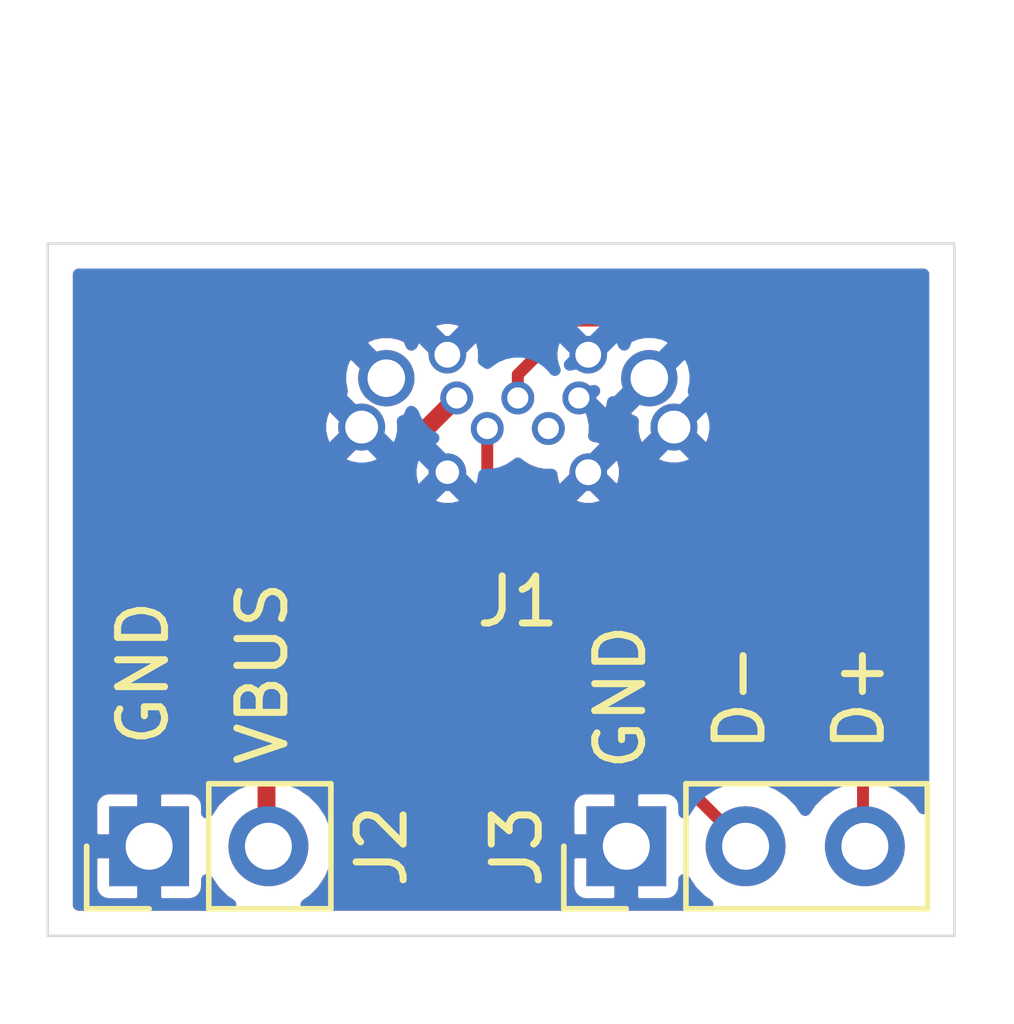
<source format=kicad_pcb>
(kicad_pcb (version 20171130) (host pcbnew "(5.1.9)-1")

  (general
    (thickness 1.2)
    (drawings 9)
    (tracks 9)
    (zones 0)
    (modules 3)
    (nets 5)
  )

  (page A4)
  (layers
    (0 F.Cu signal)
    (31 B.Cu signal)
    (32 B.Adhes user)
    (33 F.Adhes user)
    (34 B.Paste user)
    (35 F.Paste user)
    (36 B.SilkS user)
    (37 F.SilkS user)
    (38 B.Mask user)
    (39 F.Mask user)
    (40 Dwgs.User user)
    (41 Cmts.User user)
    (42 Eco1.User user)
    (43 Eco2.User user)
    (44 Edge.Cuts user)
    (45 Margin user)
    (46 B.CrtYd user)
    (47 F.CrtYd user)
    (48 B.Fab user)
    (49 F.Fab user)
  )

  (setup
    (last_trace_width 0.25)
    (user_trace_width 0.254)
    (user_trace_width 0.381)
    (trace_clearance 0.2)
    (zone_clearance 0.508)
    (zone_45_only no)
    (trace_min 0.2)
    (via_size 0.8)
    (via_drill 0.4)
    (via_min_size 0.4)
    (via_min_drill 0.3)
    (uvia_size 0.3)
    (uvia_drill 0.1)
    (uvias_allowed no)
    (uvia_min_size 0.2)
    (uvia_min_drill 0.1)
    (edge_width 0.05)
    (segment_width 0.2)
    (pcb_text_width 0.3)
    (pcb_text_size 1.5 1.5)
    (mod_edge_width 0.12)
    (mod_text_size 1 1)
    (mod_text_width 0.15)
    (pad_size 1.524 1.524)
    (pad_drill 0.762)
    (pad_to_mask_clearance 0)
    (aux_axis_origin 0 0)
    (visible_elements 7FFFFFFF)
    (pcbplotparams
      (layerselection 0x010fc_ffffffff)
      (usegerberextensions false)
      (usegerberattributes true)
      (usegerberadvancedattributes true)
      (creategerberjobfile true)
      (excludeedgelayer true)
      (linewidth 0.100000)
      (plotframeref false)
      (viasonmask false)
      (mode 1)
      (useauxorigin false)
      (hpglpennumber 1)
      (hpglpenspeed 20)
      (hpglpendiameter 15.000000)
      (psnegative false)
      (psa4output false)
      (plotreference true)
      (plotvalue true)
      (plotinvisibletext false)
      (padsonsilk false)
      (subtractmaskfromsilk false)
      (outputformat 1)
      (mirror false)
      (drillshape 0)
      (scaleselection 1)
      (outputdirectory ""))
  )

  (net 0 "")
  (net 1 GND)
  (net 2 /D+)
  (net 3 /D-)
  (net 4 "Net-(J1-Pad1)")

  (net_class Default "This is the default net class."
    (clearance 0.2)
    (trace_width 0.25)
    (via_dia 0.8)
    (via_drill 0.4)
    (uvia_dia 0.3)
    (uvia_drill 0.1)
    (add_net /D+)
    (add_net /D-)
    (add_net GND)
    (add_net "Net-(J1-Pad1)")
  )

  (module Connector_PinHeader_2.54mm:PinHeader_1x03_P2.54mm_Vertical (layer F.Cu) (tedit 59FED5CC) (tstamp 619A0D3B)
    (at 160.655 66.675 90)
    (descr "Through hole straight pin header, 1x03, 2.54mm pitch, single row")
    (tags "Through hole pin header THT 1x03 2.54mm single row")
    (path /619A1087)
    (fp_text reference J3 (at 0 -2.33 90) (layer F.SilkS)
      (effects (font (size 1 1) (thickness 0.15)))
    )
    (fp_text value DATA (at 0 7.41 90) (layer F.Fab)
      (effects (font (size 1 1) (thickness 0.15)))
    )
    (fp_line (start 1.8 -1.8) (end -1.8 -1.8) (layer F.CrtYd) (width 0.05))
    (fp_line (start 1.8 6.85) (end 1.8 -1.8) (layer F.CrtYd) (width 0.05))
    (fp_line (start -1.8 6.85) (end 1.8 6.85) (layer F.CrtYd) (width 0.05))
    (fp_line (start -1.8 -1.8) (end -1.8 6.85) (layer F.CrtYd) (width 0.05))
    (fp_line (start -1.33 -1.33) (end 0 -1.33) (layer F.SilkS) (width 0.12))
    (fp_line (start -1.33 0) (end -1.33 -1.33) (layer F.SilkS) (width 0.12))
    (fp_line (start -1.33 1.27) (end 1.33 1.27) (layer F.SilkS) (width 0.12))
    (fp_line (start 1.33 1.27) (end 1.33 6.41) (layer F.SilkS) (width 0.12))
    (fp_line (start -1.33 1.27) (end -1.33 6.41) (layer F.SilkS) (width 0.12))
    (fp_line (start -1.33 6.41) (end 1.33 6.41) (layer F.SilkS) (width 0.12))
    (fp_line (start -1.27 -0.635) (end -0.635 -1.27) (layer F.Fab) (width 0.1))
    (fp_line (start -1.27 6.35) (end -1.27 -0.635) (layer F.Fab) (width 0.1))
    (fp_line (start 1.27 6.35) (end -1.27 6.35) (layer F.Fab) (width 0.1))
    (fp_line (start 1.27 -1.27) (end 1.27 6.35) (layer F.Fab) (width 0.1))
    (fp_line (start -0.635 -1.27) (end 1.27 -1.27) (layer F.Fab) (width 0.1))
    (fp_text user %R (at 0 2.54) (layer F.Fab)
      (effects (font (size 1 1) (thickness 0.15)))
    )
    (pad 3 thru_hole oval (at 0 5.08 90) (size 1.7 1.7) (drill 1) (layers *.Cu *.Mask)
      (net 2 /D+))
    (pad 2 thru_hole oval (at 0 2.54 90) (size 1.7 1.7) (drill 1) (layers *.Cu *.Mask)
      (net 3 /D-))
    (pad 1 thru_hole rect (at 0 0 90) (size 1.7 1.7) (drill 1) (layers *.Cu *.Mask)
      (net 1 GND))
    (model ${KISYS3DMOD}/Connector_PinHeader_2.54mm.3dshapes/PinHeader_1x03_P2.54mm_Vertical.wrl
      (at (xyz 0 0 0))
      (scale (xyz 1 1 1))
      (rotate (xyz 0 0 0))
    )
  )

  (module Connector_PinHeader_2.54mm:PinHeader_1x02_P2.54mm_Vertical (layer F.Cu) (tedit 59FED5CC) (tstamp 619A091E)
    (at 150.495 66.675 90)
    (descr "Through hole straight pin header, 1x02, 2.54mm pitch, single row")
    (tags "Through hole pin header THT 1x02 2.54mm single row")
    (path /6199C833)
    (fp_text reference J2 (at 0 4.953 90) (layer F.SilkS)
      (effects (font (size 1 1) (thickness 0.15)))
    )
    (fp_text value PWR (at 0 4.87 90) (layer F.Fab)
      (effects (font (size 1 1) (thickness 0.15)))
    )
    (fp_line (start 1.8 -1.8) (end -1.8 -1.8) (layer F.CrtYd) (width 0.05))
    (fp_line (start 1.8 4.35) (end 1.8 -1.8) (layer F.CrtYd) (width 0.05))
    (fp_line (start -1.8 4.35) (end 1.8 4.35) (layer F.CrtYd) (width 0.05))
    (fp_line (start -1.8 -1.8) (end -1.8 4.35) (layer F.CrtYd) (width 0.05))
    (fp_line (start -1.33 -1.33) (end 0 -1.33) (layer F.SilkS) (width 0.12))
    (fp_line (start -1.33 0) (end -1.33 -1.33) (layer F.SilkS) (width 0.12))
    (fp_line (start -1.33 1.27) (end 1.33 1.27) (layer F.SilkS) (width 0.12))
    (fp_line (start 1.33 1.27) (end 1.33 3.87) (layer F.SilkS) (width 0.12))
    (fp_line (start -1.33 1.27) (end -1.33 3.87) (layer F.SilkS) (width 0.12))
    (fp_line (start -1.33 3.87) (end 1.33 3.87) (layer F.SilkS) (width 0.12))
    (fp_line (start -1.27 -0.635) (end -0.635 -1.27) (layer F.Fab) (width 0.1))
    (fp_line (start -1.27 3.81) (end -1.27 -0.635) (layer F.Fab) (width 0.1))
    (fp_line (start 1.27 3.81) (end -1.27 3.81) (layer F.Fab) (width 0.1))
    (fp_line (start 1.27 -1.27) (end 1.27 3.81) (layer F.Fab) (width 0.1))
    (fp_line (start -0.635 -1.27) (end 1.27 -1.27) (layer F.Fab) (width 0.1))
    (fp_text user %R (at 0 1.27) (layer F.Fab)
      (effects (font (size 1 1) (thickness 0.15)))
    )
    (pad 2 thru_hole oval (at 0 2.54 90) (size 1.7 1.7) (drill 1) (layers *.Cu *.Mask)
      (net 4 "Net-(J1-Pad1)"))
    (pad 1 thru_hole rect (at 0 0 90) (size 1.7 1.7) (drill 1) (layers *.Cu *.Mask)
      (net 1 GND))
    (model ${KISYS3DMOD}/Connector_PinHeader_2.54mm.3dshapes/PinHeader_1x02_P2.54mm_Vertical.wrl
      (at (xyz 0 0 0))
      (scale (xyz 1 1 1))
      (rotate (xyz 0 0 0))
    )
  )

  (module "uUSB male BOB:USB3150-30-130-A" (layer F.Cu) (tedit 6199B075) (tstamp 619A08F5)
    (at 158.345 57.135)
    (path /6199A8D3)
    (fp_text reference J1 (at 0 4.333) (layer F.SilkS)
      (effects (font (size 1 1) (thickness 0.15)))
    )
    (fp_text value USB_B_Micro (at 0 -7.62) (layer F.Fab)
      (effects (font (size 1 1) (thickness 0.15)))
    )
    (pad 6 thru_hole circle (at 3.325 0.62) (size 1 1) (drill 0.7) (layers *.Cu *.Mask)
      (net 1 GND))
    (pad 6 thru_hole circle (at 2.8 -0.42) (size 1.2 1.2) (drill 0.8) (layers *.Cu *.Mask)
      (net 1 GND))
    (pad 6 thru_hole circle (at 1.5 -0.92) (size 0.8 0.8) (drill 0.55) (layers *.Cu *.Mask)
      (net 1 GND))
    (pad 6 thru_hole circle (at 1.5 1.58) (size 0.8 0.8) (drill 0.55) (layers *.Cu *.Mask)
      (net 1 GND))
    (pad 6 thru_hole circle (at -1.5 1.58) (size 0.8 0.8) (drill 0.5) (layers *.Cu *.Mask)
      (net 1 GND))
    (pad 6 thru_hole circle (at -1.5 -0.92) (size 0.8 0.8) (drill 0.55) (layers *.Cu *.Mask)
      (net 1 GND))
    (pad 6 thru_hole circle (at -2.8 -0.42) (size 1.2 1.2) (drill 0.8) (layers *.Cu *.Mask)
      (net 1 GND))
    (pad 6 thru_hole circle (at -3.325 0.62) (size 1 1) (drill 0.7) (layers *.Cu *.Mask)
      (net 1 GND))
    (pad 5 thru_hole circle (at 1.3 0) (size 0.7 0.7) (drill 0.45) (layers *.Cu *.Mask)
      (net 1 GND))
    (pad 4 thru_hole circle (at 0.65 0.65) (size 0.7 0.7) (drill 0.45) (layers *.Cu *.Mask))
    (pad 3 thru_hole circle (at 0 0) (size 0.7 0.7) (drill 0.45) (layers *.Cu *.Mask)
      (net 2 /D+))
    (pad 2 thru_hole circle (at -0.65 0.65) (size 0.7 0.7) (drill 0.45) (layers *.Cu *.Mask)
      (net 3 /D-))
    (pad 1 thru_hole circle (at -1.3 0) (size 0.7 0.7) (drill 0.45) (layers *.Cu *.Mask)
      (net 4 "Net-(J1-Pad1)"))
    (model "${KIPRJMOD}/uUSB male BOB.pretty/USB3150-30-130-A.stp"
      (offset (xyz 0 -0.3 4))
      (scale (xyz 1 1 1))
      (rotate (xyz -90 0 0))
    )
  )

  (gr_text VBUS (at 152.908 62.992 90) (layer F.SilkS)
    (effects (font (size 1 1) (thickness 0.15)))
  )
  (gr_text GND (at 150.368 62.992 90) (layer F.SilkS)
    (effects (font (size 1 1) (thickness 0.15)))
  )
  (gr_text GND (at 160.528 63.5 90) (layer F.SilkS)
    (effects (font (size 1 1) (thickness 0.15)))
  )
  (gr_text D+ (at 165.608 63.5 90) (layer F.SilkS)
    (effects (font (size 1 1) (thickness 0.15)))
  )
  (gr_text D- (at 163.068 63.5 90) (layer F.SilkS)
    (effects (font (size 1 1) (thickness 0.15)))
  )
  (gr_line (start 167.64 53.848) (end 148.336 53.848) (layer Edge.Cuts) (width 0.05) (tstamp 619A0C01))
  (gr_line (start 167.64 68.58) (end 167.64 53.848) (layer Edge.Cuts) (width 0.05))
  (gr_line (start 148.336 68.58) (end 167.64 68.58) (layer Edge.Cuts) (width 0.05))
  (gr_line (start 148.336 53.848) (end 148.336 68.58) (layer Edge.Cuts) (width 0.05))

  (segment (start 165.695 59.893038) (end 165.695 66.675) (width 0.254) (layer F.Cu) (net 2))
  (segment (start 161.289961 55.487999) (end 165.695 59.893038) (width 0.254) (layer F.Cu) (net 2))
  (segment (start 159.496039 55.487999) (end 161.289961 55.487999) (width 0.254) (layer F.Cu) (net 2))
  (segment (start 158.345 56.639038) (end 159.496039 55.487999) (width 0.254) (layer F.Cu) (net 2))
  (segment (start 158.345 57.135) (end 158.345 56.639038) (width 0.254) (layer F.Cu) (net 2))
  (segment (start 157.695 61.175) (end 163.195 66.675) (width 0.254) (layer F.Cu) (net 3))
  (segment (start 157.695 57.785) (end 157.695 61.175) (width 0.254) (layer F.Cu) (net 3))
  (segment (start 152.995 61.185) (end 152.995 66.675) (width 0.381) (layer F.Cu) (net 4))
  (segment (start 157.045 57.135) (end 152.995 61.185) (width 0.381) (layer F.Cu) (net 4))

  (zone (net 1) (net_name GND) (layer F.Cu) (tstamp 619A0FCF) (hatch edge 0.508)
    (connect_pads (clearance 0.508))
    (min_thickness 0.254)
    (fill yes (arc_segments 32) (thermal_gap 0.254) (thermal_bridge_width 0.508))
    (polygon
      (pts
        (xy 168.91 70.485) (xy 147.32 70.485) (xy 147.32 53.975) (xy 168.91 53.975)
      )
    )
    (filled_polygon
      (pts
        (xy 166.98 65.865345) (xy 166.888475 65.728368) (xy 166.681632 65.521525) (xy 166.457 65.371431) (xy 166.457 59.930461)
        (xy 166.460686 59.893038) (xy 166.457 59.855612) (xy 166.445974 59.74366) (xy 166.402402 59.600023) (xy 166.347701 59.497685)
        (xy 166.331645 59.467645) (xy 166.260279 59.380686) (xy 166.236422 59.351616) (xy 166.207353 59.32776) (xy 161.855245 54.975653)
        (xy 161.831383 54.946577) (xy 161.715353 54.851354) (xy 161.582976 54.780597) (xy 161.439339 54.737025) (xy 161.327387 54.725999)
        (xy 161.327384 54.725999) (xy 161.289961 54.722313) (xy 161.252538 54.725999) (xy 159.533462 54.725999) (xy 159.496039 54.722313)
        (xy 159.458616 54.725999) (xy 159.458613 54.725999) (xy 159.346661 54.737025) (xy 159.203024 54.780597) (xy 159.141403 54.813534)
        (xy 159.070646 54.851354) (xy 158.987943 54.919227) (xy 158.954617 54.946577) (xy 158.93076 54.975647) (xy 157.832649 56.073759)
        (xy 157.803579 56.097616) (xy 157.708355 56.213646) (xy 157.637598 56.346023) (xy 157.637525 56.346263) (xy 157.617237 56.332708)
        (xy 157.627685 56.272297) (xy 157.623824 56.118501) (xy 157.590034 55.968414) (xy 157.54618 55.862544) (xy 157.414031 55.825574)
        (xy 157.089605 56.15) (xy 156.947986 56.15) (xy 156.757686 56.187853) (xy 156.65323 56.23112) (xy 156.651253 56.229143)
        (xy 156.665395 56.215) (xy 156.275969 55.825574) (xy 156.14382 55.862544) (xy 156.097456 55.982937) (xy 156.078436 56.001956)
        (xy 156.016834 55.849511) (xy 155.838919 55.774091) (xy 155.649709 55.734829) (xy 155.456475 55.733235) (xy 155.266644 55.76937)
        (xy 155.087509 55.841845) (xy 155.073166 55.849511) (xy 155.011563 56.001958) (xy 155.545 56.535395) (xy 155.559143 56.521253)
        (xy 155.738748 56.700858) (xy 155.724605 56.715) (xy 155.738748 56.729143) (xy 155.559143 56.908748) (xy 155.545 56.894605)
        (xy 155.441441 56.998164) (xy 155.432217 56.971566) (xy 155.271456 56.9062) (xy 155.189872 56.890523) (xy 155.365395 56.715)
        (xy 154.831958 56.181563) (xy 154.679511 56.243166) (xy 154.604091 56.421081) (xy 154.564829 56.610291) (xy 154.563235 56.803525)
        (xy 154.59937 56.993356) (xy 154.599831 56.994496) (xy 154.558445 57.113839) (xy 155.02 57.575395) (xy 155.034143 57.561253)
        (xy 155.213748 57.740858) (xy 155.199605 57.755) (xy 155.213748 57.769143) (xy 155.034143 57.948748) (xy 155.02 57.934605)
        (xy 154.558445 58.396161) (xy 154.573369 58.439198) (xy 152.439966 60.572602) (xy 152.408459 60.598459) (xy 152.339214 60.682835)
        (xy 152.305301 60.724158) (xy 152.291698 60.749608) (xy 152.228647 60.867567) (xy 152.181444 61.023175) (xy 152.1695 61.144447)
        (xy 152.165506 61.185) (xy 152.1695 61.225551) (xy 152.169501 65.467314) (xy 152.088368 65.521525) (xy 151.881525 65.728368)
        (xy 151.72745 65.958958) (xy 151.727843 65.825) (xy 151.720487 65.750311) (xy 151.698701 65.678492) (xy 151.663322 65.612304)
        (xy 151.615711 65.554289) (xy 151.557696 65.506678) (xy 151.491508 65.471299) (xy 151.419689 65.449513) (xy 151.345 65.442157)
        (xy 150.71725 65.444) (xy 150.622 65.53925) (xy 150.622 66.548) (xy 150.642 66.548) (xy 150.642 66.802)
        (xy 150.622 66.802) (xy 150.622 67.81075) (xy 150.71725 67.906) (xy 151.345 67.907843) (xy 151.419689 67.900487)
        (xy 151.491508 67.878701) (xy 151.557696 67.843322) (xy 151.615711 67.795711) (xy 151.663322 67.737696) (xy 151.698701 67.671508)
        (xy 151.720487 67.599689) (xy 151.727843 67.525) (xy 151.72745 67.391042) (xy 151.881525 67.621632) (xy 152.088368 67.828475)
        (xy 152.225345 67.92) (xy 148.996 67.92) (xy 148.996 67.525) (xy 149.262157 67.525) (xy 149.269513 67.599689)
        (xy 149.291299 67.671508) (xy 149.326678 67.737696) (xy 149.374289 67.795711) (xy 149.432304 67.843322) (xy 149.498492 67.878701)
        (xy 149.570311 67.900487) (xy 149.645 67.907843) (xy 150.27275 67.906) (xy 150.368 67.81075) (xy 150.368 66.802)
        (xy 149.35925 66.802) (xy 149.264 66.89725) (xy 149.262157 67.525) (xy 148.996 67.525) (xy 148.996 65.825)
        (xy 149.262157 65.825) (xy 149.264 66.45275) (xy 149.35925 66.548) (xy 150.368 66.548) (xy 150.368 65.53925)
        (xy 150.27275 65.444) (xy 149.645 65.442157) (xy 149.570311 65.449513) (xy 149.498492 65.471299) (xy 149.432304 65.506678)
        (xy 149.374289 65.554289) (xy 149.326678 65.612304) (xy 149.291299 65.678492) (xy 149.269513 65.750311) (xy 149.262157 65.825)
        (xy 148.996 65.825) (xy 148.996 57.673968) (xy 154.138452 57.673968) (xy 154.139582 57.847506) (xy 154.174546 58.017489)
        (xy 154.236566 58.167217) (xy 154.378839 58.216555) (xy 154.840395 57.755) (xy 154.378839 57.293445) (xy 154.236566 57.342783)
        (xy 154.1712 57.503544) (xy 154.138452 57.673968) (xy 148.996 57.673968) (xy 148.996 55.645969) (xy 156.455574 55.645969)
        (xy 156.845 56.035395) (xy 157.234426 55.645969) (xy 157.197456 55.51382) (xy 157.05389 55.458532) (xy 156.902297 55.432315)
        (xy 156.748501 55.436176) (xy 156.598414 55.469966) (xy 156.492544 55.51382) (xy 156.455574 55.645969) (xy 148.996 55.645969)
        (xy 148.996 54.508) (xy 166.980001 54.508)
      )
    )
    (filled_polygon
      (pts
        (xy 156.933 58.59511) (xy 156.933 58.83489) (xy 156.859143 58.908748) (xy 156.845 58.894605) (xy 156.455574 59.284031)
        (xy 156.492544 59.41618) (xy 156.63611 59.471468) (xy 156.787703 59.497685) (xy 156.933001 59.494037) (xy 156.933001 61.137567)
        (xy 156.929314 61.175) (xy 156.944027 61.324378) (xy 156.987599 61.468015) (xy 157.058355 61.600392) (xy 157.129721 61.687351)
        (xy 157.153579 61.716422) (xy 157.182649 61.740279) (xy 160.886343 65.443973) (xy 160.87725 65.444) (xy 160.782 65.53925)
        (xy 160.782 66.548) (xy 160.802 66.548) (xy 160.802 66.802) (xy 160.782 66.802) (xy 160.782 67.81075)
        (xy 160.87725 67.906) (xy 161.505 67.907843) (xy 161.579689 67.900487) (xy 161.651508 67.878701) (xy 161.717696 67.843322)
        (xy 161.775711 67.795711) (xy 161.823322 67.737696) (xy 161.858701 67.671508) (xy 161.880487 67.599689) (xy 161.887843 67.525)
        (xy 161.88745 67.391042) (xy 162.041525 67.621632) (xy 162.248368 67.828475) (xy 162.385345 67.92) (xy 153.844655 67.92)
        (xy 153.981632 67.828475) (xy 154.188475 67.621632) (xy 154.253042 67.525) (xy 159.422157 67.525) (xy 159.429513 67.599689)
        (xy 159.451299 67.671508) (xy 159.486678 67.737696) (xy 159.534289 67.795711) (xy 159.592304 67.843322) (xy 159.658492 67.878701)
        (xy 159.730311 67.900487) (xy 159.805 67.907843) (xy 160.43275 67.906) (xy 160.528 67.81075) (xy 160.528 66.802)
        (xy 159.51925 66.802) (xy 159.424 66.89725) (xy 159.422157 67.525) (xy 154.253042 67.525) (xy 154.35099 67.378411)
        (xy 154.462932 67.108158) (xy 154.52 66.82126) (xy 154.52 66.52874) (xy 154.462932 66.241842) (xy 154.35099 65.971589)
        (xy 154.253043 65.825) (xy 159.422157 65.825) (xy 159.424 66.45275) (xy 159.51925 66.548) (xy 160.528 66.548)
        (xy 160.528 65.53925) (xy 160.43275 65.444) (xy 159.805 65.442157) (xy 159.730311 65.449513) (xy 159.658492 65.471299)
        (xy 159.592304 65.506678) (xy 159.534289 65.554289) (xy 159.486678 65.612304) (xy 159.451299 65.678492) (xy 159.429513 65.750311)
        (xy 159.422157 65.825) (xy 154.253043 65.825) (xy 154.188475 65.728368) (xy 153.981632 65.521525) (xy 153.8205 65.41386)
        (xy 153.8205 61.526932) (xy 156.250213 59.09722) (xy 156.275969 59.104426) (xy 156.665395 58.715) (xy 156.651253 58.700858)
        (xy 156.830858 58.521253) (xy 156.845 58.535395) (xy 156.859143 58.521253)
      )
    )
    (filled_polygon
      (pts
        (xy 161.338748 56.700858) (xy 161.324605 56.715) (xy 161.500105 56.8905) (xy 161.407511 56.909546) (xy 161.257783 56.971566)
        (xy 161.248559 56.998164) (xy 161.145 56.894605) (xy 160.611563 57.428042) (xy 160.673166 57.580489) (xy 160.796378 57.63272)
        (xy 160.788452 57.673968) (xy 160.789582 57.847506) (xy 160.824546 58.017489) (xy 160.886566 58.167217) (xy 161.028839 58.216555)
        (xy 161.490395 57.755) (xy 161.476252 57.740858) (xy 161.655858 57.561253) (xy 161.67 57.575395) (xy 161.684142 57.561252)
        (xy 161.863748 57.740858) (xy 161.849605 57.755) (xy 162.311161 58.216555) (xy 162.453434 58.167217) (xy 162.5188 58.006456)
        (xy 162.551548 57.836032) (xy 162.55149 57.827159) (xy 164.933 60.208669) (xy 164.933001 65.424884) (xy 164.788368 65.521525)
        (xy 164.581525 65.728368) (xy 164.465 65.90276) (xy 164.348475 65.728368) (xy 164.141632 65.521525) (xy 163.898411 65.35901)
        (xy 163.628158 65.247068) (xy 163.34126 65.19) (xy 163.04874 65.19) (xy 162.830951 65.233321) (xy 158.457 60.85937)
        (xy 158.457 59.284031) (xy 159.455574 59.284031) (xy 159.492544 59.41618) (xy 159.63611 59.471468) (xy 159.787703 59.497685)
        (xy 159.941499 59.493824) (xy 160.091586 59.460034) (xy 160.197456 59.41618) (xy 160.234426 59.284031) (xy 159.845 58.894605)
        (xy 159.455574 59.284031) (xy 158.457 59.284031) (xy 158.457 58.610169) (xy 158.528428 58.657896) (xy 158.707686 58.732147)
        (xy 158.897986 58.77) (xy 159.065134 58.77) (xy 159.066176 58.811499) (xy 159.099966 58.961586) (xy 159.14382 59.067456)
        (xy 159.275969 59.104426) (xy 159.665395 58.715) (xy 160.024605 58.715) (xy 160.414031 59.104426) (xy 160.54618 59.067456)
        (xy 160.601468 58.92389) (xy 160.627685 58.772297) (xy 160.623824 58.618501) (xy 160.590034 58.468414) (xy 160.560106 58.396161)
        (xy 161.208445 58.396161) (xy 161.257783 58.538434) (xy 161.418544 58.6038) (xy 161.588968 58.636548) (xy 161.762506 58.635418)
        (xy 161.932489 58.600454) (xy 162.082217 58.538434) (xy 162.131555 58.396161) (xy 161.67 57.934605) (xy 161.208445 58.396161)
        (xy 160.560106 58.396161) (xy 160.54618 58.362544) (xy 160.414031 58.325574) (xy 160.024605 58.715) (xy 159.665395 58.715)
        (xy 159.651253 58.700858) (xy 159.830858 58.521253) (xy 159.845 58.535395) (xy 160.234426 58.145969) (xy 160.197456 58.01382)
        (xy 160.05389 57.958532) (xy 159.967743 57.943633) (xy 159.98 57.882014) (xy 159.98 57.743257) (xy 159.998232 57.667837)
        (xy 159.97047 57.640075) (xy 159.942147 57.497686) (xy 159.867896 57.318428) (xy 159.760099 57.157099) (xy 159.622901 57.019901)
        (xy 159.580524 56.991586) (xy 159.610503 56.961607) (xy 159.63611 56.971468) (xy 159.787703 56.997685) (xy 159.941499 56.993824)
        (xy 159.972836 56.986769) (xy 159.824605 57.135) (xy 160.177837 57.488232) (xy 160.304953 57.457503) (xy 160.355189 57.322555)
        (xy 160.37112 57.223853) (xy 160.431958 57.248437) (xy 160.965395 56.715) (xy 160.951253 56.700858) (xy 161.130858 56.521253)
        (xy 161.145 56.535395) (xy 161.159143 56.521253)
      )
    )
    (filled_polygon
      (pts
        (xy 159.859143 56.408748) (xy 159.845 56.394605) (xy 159.830858 56.408748) (xy 159.74189 56.31978) (xy 159.81167 56.249999)
        (xy 160.017891 56.249999)
      )
    )
  )
  (zone (net 1) (net_name GND) (layer B.Cu) (tstamp 619A0FCC) (hatch edge 0.508)
    (connect_pads (clearance 0.508))
    (min_thickness 0.254)
    (fill yes (arc_segments 32) (thermal_gap 0.254) (thermal_bridge_width 0.508))
    (polygon
      (pts
        (xy 168.91 70.485) (xy 147.32 70.485) (xy 147.32 53.975) (xy 168.91 53.975)
      )
    )
    (filled_polygon
      (pts
        (xy 166.98 65.865345) (xy 166.888475 65.728368) (xy 166.681632 65.521525) (xy 166.438411 65.35901) (xy 166.168158 65.247068)
        (xy 165.88126 65.19) (xy 165.58874 65.19) (xy 165.301842 65.247068) (xy 165.031589 65.35901) (xy 164.788368 65.521525)
        (xy 164.581525 65.728368) (xy 164.465 65.90276) (xy 164.348475 65.728368) (xy 164.141632 65.521525) (xy 163.898411 65.35901)
        (xy 163.628158 65.247068) (xy 163.34126 65.19) (xy 163.04874 65.19) (xy 162.761842 65.247068) (xy 162.491589 65.35901)
        (xy 162.248368 65.521525) (xy 162.041525 65.728368) (xy 161.88745 65.958958) (xy 161.887843 65.825) (xy 161.880487 65.750311)
        (xy 161.858701 65.678492) (xy 161.823322 65.612304) (xy 161.775711 65.554289) (xy 161.717696 65.506678) (xy 161.651508 65.471299)
        (xy 161.579689 65.449513) (xy 161.505 65.442157) (xy 160.87725 65.444) (xy 160.782 65.53925) (xy 160.782 66.548)
        (xy 160.802 66.548) (xy 160.802 66.802) (xy 160.782 66.802) (xy 160.782 67.81075) (xy 160.87725 67.906)
        (xy 161.505 67.907843) (xy 161.579689 67.900487) (xy 161.651508 67.878701) (xy 161.717696 67.843322) (xy 161.775711 67.795711)
        (xy 161.823322 67.737696) (xy 161.858701 67.671508) (xy 161.880487 67.599689) (xy 161.887843 67.525) (xy 161.88745 67.391042)
        (xy 162.041525 67.621632) (xy 162.248368 67.828475) (xy 162.385345 67.92) (xy 153.844655 67.92) (xy 153.981632 67.828475)
        (xy 154.188475 67.621632) (xy 154.253042 67.525) (xy 159.422157 67.525) (xy 159.429513 67.599689) (xy 159.451299 67.671508)
        (xy 159.486678 67.737696) (xy 159.534289 67.795711) (xy 159.592304 67.843322) (xy 159.658492 67.878701) (xy 159.730311 67.900487)
        (xy 159.805 67.907843) (xy 160.43275 67.906) (xy 160.528 67.81075) (xy 160.528 66.802) (xy 159.51925 66.802)
        (xy 159.424 66.89725) (xy 159.422157 67.525) (xy 154.253042 67.525) (xy 154.35099 67.378411) (xy 154.462932 67.108158)
        (xy 154.52 66.82126) (xy 154.52 66.52874) (xy 154.462932 66.241842) (xy 154.35099 65.971589) (xy 154.253043 65.825)
        (xy 159.422157 65.825) (xy 159.424 66.45275) (xy 159.51925 66.548) (xy 160.528 66.548) (xy 160.528 65.53925)
        (xy 160.43275 65.444) (xy 159.805 65.442157) (xy 159.730311 65.449513) (xy 159.658492 65.471299) (xy 159.592304 65.506678)
        (xy 159.534289 65.554289) (xy 159.486678 65.612304) (xy 159.451299 65.678492) (xy 159.429513 65.750311) (xy 159.422157 65.825)
        (xy 154.253043 65.825) (xy 154.188475 65.728368) (xy 153.981632 65.521525) (xy 153.738411 65.35901) (xy 153.468158 65.247068)
        (xy 153.18126 65.19) (xy 152.88874 65.19) (xy 152.601842 65.247068) (xy 152.331589 65.35901) (xy 152.088368 65.521525)
        (xy 151.881525 65.728368) (xy 151.72745 65.958958) (xy 151.727843 65.825) (xy 151.720487 65.750311) (xy 151.698701 65.678492)
        (xy 151.663322 65.612304) (xy 151.615711 65.554289) (xy 151.557696 65.506678) (xy 151.491508 65.471299) (xy 151.419689 65.449513)
        (xy 151.345 65.442157) (xy 150.71725 65.444) (xy 150.622 65.53925) (xy 150.622 66.548) (xy 150.642 66.548)
        (xy 150.642 66.802) (xy 150.622 66.802) (xy 150.622 67.81075) (xy 150.71725 67.906) (xy 151.345 67.907843)
        (xy 151.419689 67.900487) (xy 151.491508 67.878701) (xy 151.557696 67.843322) (xy 151.615711 67.795711) (xy 151.663322 67.737696)
        (xy 151.698701 67.671508) (xy 151.720487 67.599689) (xy 151.727843 67.525) (xy 151.72745 67.391042) (xy 151.881525 67.621632)
        (xy 152.088368 67.828475) (xy 152.225345 67.92) (xy 148.996 67.92) (xy 148.996 67.525) (xy 149.262157 67.525)
        (xy 149.269513 67.599689) (xy 149.291299 67.671508) (xy 149.326678 67.737696) (xy 149.374289 67.795711) (xy 149.432304 67.843322)
        (xy 149.498492 67.878701) (xy 149.570311 67.900487) (xy 149.645 67.907843) (xy 150.27275 67.906) (xy 150.368 67.81075)
        (xy 150.368 66.802) (xy 149.35925 66.802) (xy 149.264 66.89725) (xy 149.262157 67.525) (xy 148.996 67.525)
        (xy 148.996 65.825) (xy 149.262157 65.825) (xy 149.264 66.45275) (xy 149.35925 66.548) (xy 150.368 66.548)
        (xy 150.368 65.53925) (xy 150.27275 65.444) (xy 149.645 65.442157) (xy 149.570311 65.449513) (xy 149.498492 65.471299)
        (xy 149.432304 65.506678) (xy 149.374289 65.554289) (xy 149.326678 65.612304) (xy 149.291299 65.678492) (xy 149.269513 65.750311)
        (xy 149.262157 65.825) (xy 148.996 65.825) (xy 148.996 59.284031) (xy 156.455574 59.284031) (xy 156.492544 59.41618)
        (xy 156.63611 59.471468) (xy 156.787703 59.497685) (xy 156.941499 59.493824) (xy 157.091586 59.460034) (xy 157.197456 59.41618)
        (xy 157.234426 59.284031) (xy 159.455574 59.284031) (xy 159.492544 59.41618) (xy 159.63611 59.471468) (xy 159.787703 59.497685)
        (xy 159.941499 59.493824) (xy 160.091586 59.460034) (xy 160.197456 59.41618) (xy 160.234426 59.284031) (xy 159.845 58.894605)
        (xy 159.455574 59.284031) (xy 157.234426 59.284031) (xy 156.845 58.894605) (xy 156.455574 59.284031) (xy 148.996 59.284031)
        (xy 148.996 58.657703) (xy 156.062315 58.657703) (xy 156.066176 58.811499) (xy 156.099966 58.961586) (xy 156.14382 59.067456)
        (xy 156.275969 59.104426) (xy 156.665395 58.715) (xy 156.275969 58.325574) (xy 156.14382 58.362544) (xy 156.088532 58.50611)
        (xy 156.062315 58.657703) (xy 148.996 58.657703) (xy 148.996 58.396161) (xy 154.558445 58.396161) (xy 154.607783 58.538434)
        (xy 154.768544 58.6038) (xy 154.938968 58.636548) (xy 155.112506 58.635418) (xy 155.282489 58.600454) (xy 155.432217 58.538434)
        (xy 155.481555 58.396161) (xy 155.02 57.934605) (xy 154.558445 58.396161) (xy 148.996 58.396161) (xy 148.996 57.673968)
        (xy 154.138452 57.673968) (xy 154.139582 57.847506) (xy 154.174546 58.017489) (xy 154.236566 58.167217) (xy 154.378839 58.216555)
        (xy 154.840395 57.755) (xy 154.378839 57.293445) (xy 154.236566 57.342783) (xy 154.1712 57.503544) (xy 154.138452 57.673968)
        (xy 148.996 57.673968) (xy 148.996 57.113839) (xy 154.558445 57.113839) (xy 155.02 57.575395) (xy 155.034143 57.561253)
        (xy 155.213748 57.740858) (xy 155.199605 57.755) (xy 155.661161 58.216555) (xy 155.803434 58.167217) (xy 155.8688 58.006456)
        (xy 155.901548 57.836032) (xy 155.900418 57.662494) (xy 155.894144 57.63199) (xy 156.002491 57.588155) (xy 156.016834 57.580489)
        (xy 156.078436 57.428044) (xy 156.115634 57.465241) (xy 156.172104 57.601572) (xy 156.279901 57.762901) (xy 156.417099 57.900099)
        (xy 156.551034 57.989592) (xy 156.492544 58.01382) (xy 156.455574 58.145969) (xy 156.845 58.535395) (xy 156.859143 58.521253)
        (xy 157.038748 58.700858) (xy 157.024605 58.715) (xy 157.414031 59.104426) (xy 157.54618 59.067456) (xy 157.601468 58.92389)
        (xy 157.627685 58.772297) (xy 157.627627 58.77) (xy 157.792014 58.77) (xy 157.982314 58.732147) (xy 158.161572 58.657896)
        (xy 158.322901 58.550099) (xy 158.345 58.528) (xy 158.367099 58.550099) (xy 158.528428 58.657896) (xy 158.707686 58.732147)
        (xy 158.897986 58.77) (xy 159.065134 58.77) (xy 159.066176 58.811499) (xy 159.099966 58.961586) (xy 159.14382 59.067456)
        (xy 159.275969 59.104426) (xy 159.665395 58.715) (xy 160.024605 58.715) (xy 160.414031 59.104426) (xy 160.54618 59.067456)
        (xy 160.601468 58.92389) (xy 160.627685 58.772297) (xy 160.623824 58.618501) (xy 160.590034 58.468414) (xy 160.560106 58.396161)
        (xy 161.208445 58.396161) (xy 161.257783 58.538434) (xy 161.418544 58.6038) (xy 161.588968 58.636548) (xy 161.762506 58.635418)
        (xy 161.932489 58.600454) (xy 162.082217 58.538434) (xy 162.131555 58.396161) (xy 161.67 57.934605) (xy 161.208445 58.396161)
        (xy 160.560106 58.396161) (xy 160.54618 58.362544) (xy 160.414031 58.325574) (xy 160.024605 58.715) (xy 159.665395 58.715)
        (xy 159.651253 58.700858) (xy 159.830858 58.521253) (xy 159.845 58.535395) (xy 160.234426 58.145969) (xy 160.197456 58.01382)
        (xy 160.05389 57.958532) (xy 159.967743 57.943633) (xy 159.98 57.882014) (xy 159.98 57.743257) (xy 159.998232 57.667837)
        (xy 159.97047 57.640075) (xy 159.942147 57.497686) (xy 159.867896 57.318428) (xy 159.760099 57.157099) (xy 159.622901 57.019901)
        (xy 159.580524 56.991586) (xy 159.610503 56.961607) (xy 159.63611 56.971468) (xy 159.787703 56.997685) (xy 159.941499 56.993824)
        (xy 159.972836 56.986769) (xy 159.824605 57.135) (xy 160.177837 57.488232) (xy 160.304953 57.457503) (xy 160.31592 57.428042)
        (xy 160.611563 57.428042) (xy 160.673166 57.580489) (xy 160.796378 57.63272) (xy 160.788452 57.673968) (xy 160.789582 57.847506)
        (xy 160.824546 58.017489) (xy 160.886566 58.167217) (xy 161.028839 58.216555) (xy 161.490395 57.755) (xy 161.849605 57.755)
        (xy 162.311161 58.216555) (xy 162.453434 58.167217) (xy 162.5188 58.006456) (xy 162.551548 57.836032) (xy 162.550418 57.662494)
        (xy 162.515454 57.492511) (xy 162.453434 57.342783) (xy 162.311161 57.293445) (xy 161.849605 57.755) (xy 161.490395 57.755)
        (xy 161.476252 57.740858) (xy 161.655858 57.561253) (xy 161.67 57.575395) (xy 162.131555 57.113839) (xy 162.089376 56.99221)
        (xy 162.125171 56.819709) (xy 162.126765 56.626475) (xy 162.09063 56.436644) (xy 162.018155 56.257509) (xy 162.010489 56.243166)
        (xy 161.858042 56.181563) (xy 161.324605 56.715) (xy 161.500105 56.8905) (xy 161.407511 56.909546) (xy 161.257783 56.971566)
        (xy 161.248559 56.998164) (xy 161.145 56.894605) (xy 160.611563 57.428042) (xy 160.31592 57.428042) (xy 160.355189 57.322555)
        (xy 160.37112 57.223853) (xy 160.431958 57.248437) (xy 160.965395 56.715) (xy 160.951253 56.700858) (xy 161.130858 56.521253)
        (xy 161.145 56.535395) (xy 161.678437 56.001958) (xy 161.616834 55.849511) (xy 161.438919 55.774091) (xy 161.249709 55.734829)
        (xy 161.056475 55.733235) (xy 160.866644 55.76937) (xy 160.687509 55.841845) (xy 160.673166 55.849511) (xy 160.611564 56.001956)
        (xy 160.593524 55.983917) (xy 160.590034 55.968414) (xy 160.54618 55.862544) (xy 160.414031 55.825574) (xy 160.024605 56.215)
        (xy 160.038748 56.229143) (xy 159.859143 56.408748) (xy 159.845 56.394605) (xy 159.817262 56.422343) (xy 159.6904 56.401867)
        (xy 159.546501 56.407097) (xy 159.450565 56.42983) (xy 159.665395 56.215) (xy 159.275969 55.825574) (xy 159.14382 55.862544)
        (xy 159.088532 56.00611) (xy 159.062315 56.157703) (xy 159.066176 56.311499) (xy 159.099966 56.461586) (xy 159.133041 56.541434)
        (xy 159.110099 56.507099) (xy 158.972901 56.369901) (xy 158.811572 56.262104) (xy 158.632314 56.187853) (xy 158.442014 56.15)
        (xy 158.247986 56.15) (xy 158.057686 56.187853) (xy 157.878428 56.262104) (xy 157.717099 56.369901) (xy 157.695 56.392)
        (xy 157.672901 56.369901) (xy 157.617237 56.332708) (xy 157.627685 56.272297) (xy 157.623824 56.118501) (xy 157.590034 55.968414)
        (xy 157.54618 55.862544) (xy 157.414031 55.825574) (xy 157.089605 56.15) (xy 156.947986 56.15) (xy 156.757686 56.187853)
        (xy 156.65323 56.23112) (xy 156.651253 56.229143) (xy 156.665395 56.215) (xy 156.275969 55.825574) (xy 156.14382 55.862544)
        (xy 156.097456 55.982937) (xy 156.078436 56.001956) (xy 156.016834 55.849511) (xy 155.838919 55.774091) (xy 155.649709 55.734829)
        (xy 155.456475 55.733235) (xy 155.266644 55.76937) (xy 155.087509 55.841845) (xy 155.073166 55.849511) (xy 155.011563 56.001958)
        (xy 155.545 56.535395) (xy 155.559143 56.521253) (xy 155.738748 56.700858) (xy 155.724605 56.715) (xy 155.738748 56.729143)
        (xy 155.559143 56.908748) (xy 155.545 56.894605) (xy 155.441441 56.998164) (xy 155.432217 56.971566) (xy 155.271456 56.9062)
        (xy 155.189872 56.890523) (xy 155.365395 56.715) (xy 154.831958 56.181563) (xy 154.679511 56.243166) (xy 154.604091 56.421081)
        (xy 154.564829 56.610291) (xy 154.563235 56.803525) (xy 154.59937 56.993356) (xy 154.599831 56.994496) (xy 154.558445 57.113839)
        (xy 148.996 57.113839) (xy 148.996 55.645969) (xy 156.455574 55.645969) (xy 156.845 56.035395) (xy 157.234426 55.645969)
        (xy 159.455574 55.645969) (xy 159.845 56.035395) (xy 160.234426 55.645969) (xy 160.197456 55.51382) (xy 160.05389 55.458532)
        (xy 159.902297 55.432315) (xy 159.748501 55.436176) (xy 159.598414 55.469966) (xy 159.492544 55.51382) (xy 159.455574 55.645969)
        (xy 157.234426 55.645969) (xy 157.197456 55.51382) (xy 157.05389 55.458532) (xy 156.902297 55.432315) (xy 156.748501 55.436176)
        (xy 156.598414 55.469966) (xy 156.492544 55.51382) (xy 156.455574 55.645969) (xy 148.996 55.645969) (xy 148.996 54.508)
        (xy 166.980001 54.508)
      )
    )
  )
)

</source>
